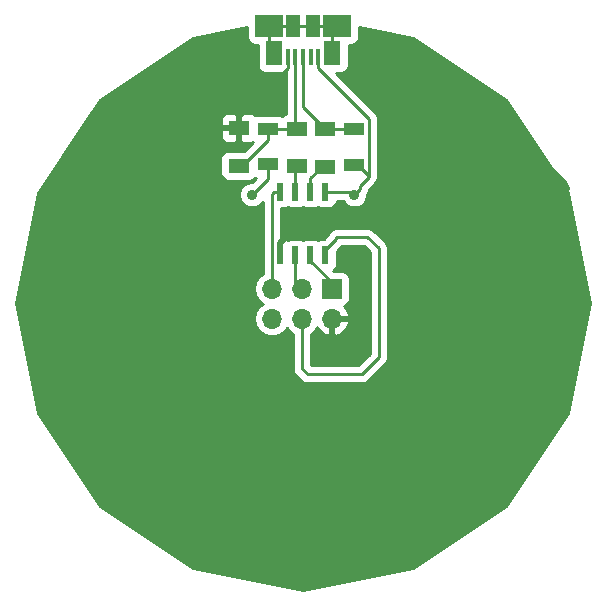
<source format=gbl>
G04 #@! TF.GenerationSoftware,KiCad,Pcbnew,5.0-dev-unknown-bc6763e~61~ubuntu16.04.1*
G04 #@! TF.CreationDate,2018-02-24T23:45:45-08:00*
G04 #@! TF.ProjectId,16-Tiny-Pixels-BeforePanel,31362D54696E792D506978656C732D42,rev?*
G04 #@! TF.SameCoordinates,Original*
G04 #@! TF.FileFunction,Copper,L2,Bot,Signal*
G04 #@! TF.FilePolarity,Positive*
%FSLAX46Y46*%
G04 Gerber Fmt 4.6, Leading zero omitted, Abs format (unit mm)*
G04 Created by KiCad (PCBNEW 5.0-dev-unknown-bc6763e~61~ubuntu16.04.1) date Sat Feb 24 23:45:45 2018*
%MOMM*%
%LPD*%
G01*
G04 APERTURE LIST*
%ADD10R,1.800000X1.070000*%
%ADD11O,1.700000X1.700000*%
%ADD12R,1.700000X1.700000*%
%ADD13R,1.800000X1.245000*%
%ADD14R,0.600000X1.550000*%
%ADD15R,1.175000X1.900000*%
%ADD16R,2.375000X1.900000*%
%ADD17R,1.475000X2.100000*%
%ADD18R,0.450000X1.380000*%
%ADD19C,0.889000*%
%ADD20C,0.254000*%
%ADD21C,0.512000*%
G04 APERTURE END LIST*
D10*
X49376449Y-30319491D03*
X49376449Y-33329491D03*
X42090000Y-30285000D03*
X42090000Y-33295000D03*
D11*
X42440000Y-46360000D03*
X42440000Y-43820000D03*
X44980000Y-46360000D03*
X44980000Y-43820000D03*
X47520000Y-46360000D03*
D12*
X47520000Y-43820000D03*
D13*
X46926449Y-30321991D03*
X46926449Y-33506991D03*
X44586449Y-30294491D03*
X44586449Y-33479491D03*
X39630000Y-30217500D03*
X39630000Y-33402500D03*
D14*
X43165000Y-41010000D03*
X44435000Y-41010000D03*
X45705000Y-41010000D03*
X46975000Y-41010000D03*
X46975000Y-35610000D03*
X45705000Y-35610000D03*
X44435000Y-35610000D03*
X43165000Y-35610000D03*
D15*
X45920000Y-21560000D03*
X44240000Y-21560000D03*
D16*
X47990000Y-21560000D03*
X42170000Y-21560000D03*
D17*
X47542500Y-23860000D03*
X42617500Y-23860000D03*
D18*
X46380000Y-24220000D03*
X45730000Y-24220000D03*
X45080000Y-24220000D03*
X44430000Y-24220000D03*
X43780000Y-24220000D03*
D19*
X40770000Y-35870000D03*
X49430000Y-35870000D03*
X42310000Y-49340000D03*
X47400000Y-49340000D03*
X54490000Y-23300000D03*
X50613306Y-22584636D03*
X36210000Y-23250000D03*
X28440000Y-28220000D03*
X23150000Y-35830000D03*
X21470000Y-44570000D03*
X23170000Y-53730000D03*
X28100000Y-61440000D03*
X35830000Y-66770000D03*
X44709283Y-68530717D03*
X53780000Y-66710000D03*
X61560000Y-61886159D03*
X66670000Y-53880000D03*
X68600717Y-45220717D03*
X66990000Y-35990000D03*
X61750000Y-28470000D03*
D20*
X42090000Y-33295000D02*
X42090000Y-34550000D01*
X42090000Y-34550000D02*
X40770000Y-35870000D01*
X50657450Y-34342550D02*
X50657450Y-34245492D01*
X50657450Y-34245492D02*
X49741449Y-33329491D01*
X49741449Y-33329491D02*
X49376449Y-33329491D01*
X49430000Y-35870000D02*
X49874499Y-35425501D01*
X49874499Y-35425501D02*
X49874499Y-35125501D01*
X49874499Y-35125501D02*
X50657450Y-34342550D01*
X46975000Y-35610000D02*
X49170000Y-35610000D01*
X49170000Y-35610000D02*
X49430000Y-35870000D01*
X46380000Y-24220000D02*
X46380000Y-25164000D01*
X50657450Y-29441450D02*
X50657450Y-34342550D01*
X46380000Y-25164000D02*
X50657450Y-29441450D01*
X49376449Y-35623551D02*
X49210000Y-35790000D01*
X49170000Y-35830000D02*
X49210000Y-35790000D01*
X47520000Y-46360000D02*
X47520000Y-49220000D01*
X47520000Y-49220000D02*
X47400000Y-49340000D01*
X43780000Y-24220000D02*
X43780000Y-25164000D01*
X43780000Y-25164000D02*
X39630000Y-29314000D01*
X39630000Y-29314000D02*
X39630000Y-30217500D01*
D21*
X47520000Y-46360000D02*
X47520000Y-47562081D01*
X43165000Y-41010000D02*
X43165000Y-39995000D01*
X43165000Y-39995000D02*
X43950000Y-39210000D01*
X61750000Y-28470000D02*
X61750000Y-29460545D01*
X61750000Y-29460545D02*
X67214407Y-34924952D01*
X67214407Y-34924952D02*
X67420000Y-35410036D01*
D20*
X45080000Y-24220000D02*
X45080000Y-28475542D01*
X45080000Y-28475542D02*
X46926449Y-30321991D01*
X46926449Y-30321991D02*
X49373949Y-30321991D01*
X49373949Y-30321991D02*
X49376449Y-30319491D01*
X44430000Y-24220000D02*
X44430000Y-30138042D01*
X44430000Y-30138042D02*
X44586449Y-30294491D01*
X42090000Y-30285000D02*
X44576958Y-30285000D01*
X44576958Y-30285000D02*
X44586449Y-30294491D01*
X39630000Y-33402500D02*
X39907500Y-33402500D01*
X39907500Y-33402500D02*
X42090000Y-31220000D01*
X42090000Y-31074000D02*
X42090000Y-30285000D01*
X42090000Y-31220000D02*
X42090000Y-31074000D01*
X44450000Y-30158042D02*
X44586449Y-30294491D01*
X45705000Y-41010000D02*
X45705000Y-41485000D01*
X45705000Y-41485000D02*
X47520000Y-43300000D01*
X47520000Y-43300000D02*
X47520000Y-43820000D01*
X44435000Y-41010000D02*
X44435000Y-43275000D01*
X44435000Y-43275000D02*
X44980000Y-43820000D01*
X50030000Y-51090000D02*
X51490000Y-49630000D01*
X44980000Y-50590000D02*
X45480000Y-51090000D01*
X45480000Y-51090000D02*
X50030000Y-51090000D01*
X46975000Y-40535000D02*
X46975000Y-41010000D01*
X44980000Y-46360000D02*
X44980000Y-50590000D01*
X51490000Y-40420000D02*
X50530000Y-39460000D01*
X51490000Y-49630000D02*
X51490000Y-40420000D01*
X50530000Y-39460000D02*
X47870000Y-39460000D01*
X47870000Y-39460000D02*
X47870000Y-39640000D01*
X47870000Y-39640000D02*
X46975000Y-40535000D01*
X43165000Y-35610000D02*
X42611000Y-35610000D01*
X42611000Y-35610000D02*
X42440000Y-35781000D01*
X42440000Y-35781000D02*
X42440000Y-42617919D01*
X42440000Y-42617919D02*
X42440000Y-43820000D01*
X45920000Y-21560000D02*
X47990000Y-21560000D01*
X42170000Y-21560000D02*
X44240000Y-21560000D01*
X42170000Y-21560000D02*
X42170000Y-23412500D01*
X42170000Y-23412500D02*
X42617500Y-23860000D01*
X45920000Y-21560000D02*
X44240000Y-21560000D01*
X47542500Y-23860000D02*
X47542500Y-22007500D01*
X47542500Y-22007500D02*
X47990000Y-21560000D01*
X45705000Y-35610000D02*
X45705000Y-34450940D01*
X45705000Y-34450940D02*
X46648949Y-33506991D01*
X46648949Y-33506991D02*
X46926449Y-33506991D01*
X44435000Y-35610000D02*
X44435000Y-33630940D01*
X44435000Y-33630940D02*
X44586449Y-33479491D01*
G36*
X40335060Y-22510000D02*
X40384343Y-22757765D01*
X40524691Y-22967809D01*
X40734735Y-23108157D01*
X40982500Y-23157440D01*
X41232560Y-23157440D01*
X41232560Y-24910000D01*
X41281843Y-25157765D01*
X41422191Y-25367809D01*
X41632235Y-25508157D01*
X41880000Y-25557440D01*
X43355000Y-25557440D01*
X43425074Y-25543502D01*
X43428691Y-25545000D01*
X43508750Y-25545000D01*
X43531397Y-25522353D01*
X43602765Y-25508157D01*
X43652998Y-25474592D01*
X43652998Y-25545000D01*
X43668000Y-25545000D01*
X43668001Y-29028221D01*
X43438684Y-29073834D01*
X43279851Y-29179964D01*
X43237765Y-29151843D01*
X42990000Y-29102560D01*
X41190000Y-29102560D01*
X40977795Y-29144770D01*
X40889699Y-29056673D01*
X40656310Y-28960000D01*
X39915750Y-28960000D01*
X39757000Y-29118750D01*
X39757000Y-30090500D01*
X39777000Y-30090500D01*
X39777000Y-30344500D01*
X39757000Y-30344500D01*
X39757000Y-31316250D01*
X39915750Y-31475000D01*
X40656310Y-31475000D01*
X40828829Y-31403540D01*
X40099810Y-32132560D01*
X38730000Y-32132560D01*
X38482235Y-32181843D01*
X38272191Y-32322191D01*
X38131843Y-32532235D01*
X38082560Y-32780000D01*
X38082560Y-34025000D01*
X38131843Y-34272765D01*
X38272191Y-34482809D01*
X38482235Y-34623157D01*
X38730000Y-34672440D01*
X40530000Y-34672440D01*
X40777765Y-34623157D01*
X40987809Y-34482809D01*
X41014696Y-34442570D01*
X41102362Y-34460008D01*
X40771870Y-34790500D01*
X40555274Y-34790500D01*
X40158512Y-34954844D01*
X39854844Y-35258512D01*
X39690500Y-35655274D01*
X39690500Y-36084726D01*
X39854844Y-36481488D01*
X40158512Y-36785156D01*
X40555274Y-36949500D01*
X40984726Y-36949500D01*
X41381488Y-36785156D01*
X41678000Y-36488644D01*
X41678001Y-42542867D01*
X41678000Y-42542872D01*
X41678000Y-42543158D01*
X41369375Y-42749375D01*
X41041161Y-43240582D01*
X40925908Y-43820000D01*
X41041161Y-44399418D01*
X41369375Y-44890625D01*
X41667761Y-45090000D01*
X41369375Y-45289375D01*
X41041161Y-45780582D01*
X40925908Y-46360000D01*
X41041161Y-46939418D01*
X41369375Y-47430625D01*
X41860582Y-47758839D01*
X42293744Y-47845000D01*
X42586256Y-47845000D01*
X43019418Y-47758839D01*
X43510625Y-47430625D01*
X43710000Y-47132239D01*
X43909375Y-47430625D01*
X44218000Y-47636842D01*
X44218001Y-50514952D01*
X44203073Y-50590000D01*
X44218001Y-50665048D01*
X44262213Y-50887317D01*
X44430630Y-51139371D01*
X44494251Y-51181881D01*
X44888118Y-51575749D01*
X44930629Y-51639371D01*
X45182683Y-51807788D01*
X45404952Y-51852000D01*
X45404953Y-51852000D01*
X45480000Y-51866928D01*
X45555047Y-51852000D01*
X49954957Y-51852000D01*
X50030000Y-51866927D01*
X50105043Y-51852000D01*
X50105048Y-51852000D01*
X50327317Y-51807788D01*
X50579371Y-51639371D01*
X50621883Y-51575747D01*
X51975750Y-50221881D01*
X52039371Y-50179371D01*
X52207788Y-49927317D01*
X52252000Y-49705048D01*
X52252000Y-49705047D01*
X52266928Y-49630000D01*
X52252000Y-49554953D01*
X52252000Y-40495042D01*
X52266927Y-40419999D01*
X52252000Y-40344956D01*
X52252000Y-40344952D01*
X52207788Y-40122683D01*
X52117285Y-39987235D01*
X52081882Y-39934251D01*
X52039371Y-39870629D01*
X51975749Y-39828118D01*
X51121883Y-38974253D01*
X51079371Y-38910629D01*
X50827317Y-38742212D01*
X50605048Y-38698000D01*
X50605043Y-38698000D01*
X50530000Y-38683073D01*
X50454957Y-38698000D01*
X47945048Y-38698000D01*
X47870000Y-38683072D01*
X47794952Y-38698000D01*
X47572683Y-38742212D01*
X47320629Y-38910629D01*
X47152212Y-39162683D01*
X47123043Y-39309326D01*
X46844810Y-39587560D01*
X46675000Y-39587560D01*
X46427235Y-39636843D01*
X46340000Y-39695132D01*
X46252765Y-39636843D01*
X46005000Y-39587560D01*
X45405000Y-39587560D01*
X45157235Y-39636843D01*
X45070000Y-39695132D01*
X44982765Y-39636843D01*
X44735000Y-39587560D01*
X44135000Y-39587560D01*
X43887235Y-39636843D01*
X43808028Y-39689768D01*
X43591310Y-39600000D01*
X43450750Y-39600000D01*
X43292002Y-39758748D01*
X43292002Y-39600000D01*
X43202000Y-39600000D01*
X43202000Y-37032440D01*
X43465000Y-37032440D01*
X43712765Y-36983157D01*
X43800000Y-36924868D01*
X43887235Y-36983157D01*
X44135000Y-37032440D01*
X44735000Y-37032440D01*
X44982765Y-36983157D01*
X45070000Y-36924868D01*
X45157235Y-36983157D01*
X45405000Y-37032440D01*
X46005000Y-37032440D01*
X46252765Y-36983157D01*
X46340000Y-36924868D01*
X46427235Y-36983157D01*
X46675000Y-37032440D01*
X47275000Y-37032440D01*
X47522765Y-36983157D01*
X47732809Y-36842809D01*
X47873157Y-36632765D01*
X47922440Y-36385000D01*
X47922440Y-36372000D01*
X48469493Y-36372000D01*
X48514844Y-36481488D01*
X48818512Y-36785156D01*
X49215274Y-36949500D01*
X49644726Y-36949500D01*
X50041488Y-36785156D01*
X50345156Y-36481488D01*
X50509500Y-36084726D01*
X50509500Y-35846718D01*
X50592287Y-35722818D01*
X50636499Y-35500549D01*
X50636499Y-35500548D01*
X50651253Y-35426378D01*
X51143199Y-34934432D01*
X51206821Y-34891921D01*
X51375238Y-34639867D01*
X51419450Y-34417598D01*
X51419450Y-34417593D01*
X51434377Y-34342550D01*
X51424724Y-34294021D01*
X51434377Y-34245491D01*
X51419450Y-34170448D01*
X51419450Y-29516497D01*
X51434378Y-29441450D01*
X51411549Y-29326682D01*
X51375238Y-29144133D01*
X51206821Y-28892079D01*
X51143200Y-28849569D01*
X47851070Y-25557440D01*
X48280000Y-25557440D01*
X48527765Y-25508157D01*
X48737809Y-25367809D01*
X48878157Y-25157765D01*
X48927440Y-24910000D01*
X48927440Y-23157440D01*
X49177500Y-23157440D01*
X49425265Y-23108157D01*
X49635309Y-22967809D01*
X49775657Y-22757765D01*
X49824940Y-22510000D01*
X49824940Y-21704955D01*
X54356471Y-22606333D01*
X62237639Y-27872361D01*
X67503667Y-35753529D01*
X69352850Y-45050000D01*
X67503667Y-54346471D01*
X62237639Y-62227639D01*
X54356471Y-67493667D01*
X45060000Y-69342850D01*
X35763529Y-67493667D01*
X27882361Y-62227639D01*
X22616333Y-54346471D01*
X20767150Y-45050000D01*
X22616333Y-35753529D01*
X26124457Y-30503250D01*
X38095000Y-30503250D01*
X38095000Y-30966309D01*
X38191673Y-31199698D01*
X38370301Y-31378327D01*
X38603690Y-31475000D01*
X39344250Y-31475000D01*
X39503000Y-31316250D01*
X39503000Y-30344500D01*
X38253750Y-30344500D01*
X38095000Y-30503250D01*
X26124457Y-30503250D01*
X26815727Y-29468691D01*
X38095000Y-29468691D01*
X38095000Y-29931750D01*
X38253750Y-30090500D01*
X39503000Y-30090500D01*
X39503000Y-29118750D01*
X39344250Y-28960000D01*
X38603690Y-28960000D01*
X38370301Y-29056673D01*
X38191673Y-29235302D01*
X38095000Y-29468691D01*
X26815727Y-29468691D01*
X27882361Y-27872361D01*
X35763529Y-22606333D01*
X40335060Y-21696999D01*
X40335060Y-22510000D01*
X40335060Y-22510000D01*
G37*
X40335060Y-22510000D02*
X40384343Y-22757765D01*
X40524691Y-22967809D01*
X40734735Y-23108157D01*
X40982500Y-23157440D01*
X41232560Y-23157440D01*
X41232560Y-24910000D01*
X41281843Y-25157765D01*
X41422191Y-25367809D01*
X41632235Y-25508157D01*
X41880000Y-25557440D01*
X43355000Y-25557440D01*
X43425074Y-25543502D01*
X43428691Y-25545000D01*
X43508750Y-25545000D01*
X43531397Y-25522353D01*
X43602765Y-25508157D01*
X43652998Y-25474592D01*
X43652998Y-25545000D01*
X43668000Y-25545000D01*
X43668001Y-29028221D01*
X43438684Y-29073834D01*
X43279851Y-29179964D01*
X43237765Y-29151843D01*
X42990000Y-29102560D01*
X41190000Y-29102560D01*
X40977795Y-29144770D01*
X40889699Y-29056673D01*
X40656310Y-28960000D01*
X39915750Y-28960000D01*
X39757000Y-29118750D01*
X39757000Y-30090500D01*
X39777000Y-30090500D01*
X39777000Y-30344500D01*
X39757000Y-30344500D01*
X39757000Y-31316250D01*
X39915750Y-31475000D01*
X40656310Y-31475000D01*
X40828829Y-31403540D01*
X40099810Y-32132560D01*
X38730000Y-32132560D01*
X38482235Y-32181843D01*
X38272191Y-32322191D01*
X38131843Y-32532235D01*
X38082560Y-32780000D01*
X38082560Y-34025000D01*
X38131843Y-34272765D01*
X38272191Y-34482809D01*
X38482235Y-34623157D01*
X38730000Y-34672440D01*
X40530000Y-34672440D01*
X40777765Y-34623157D01*
X40987809Y-34482809D01*
X41014696Y-34442570D01*
X41102362Y-34460008D01*
X40771870Y-34790500D01*
X40555274Y-34790500D01*
X40158512Y-34954844D01*
X39854844Y-35258512D01*
X39690500Y-35655274D01*
X39690500Y-36084726D01*
X39854844Y-36481488D01*
X40158512Y-36785156D01*
X40555274Y-36949500D01*
X40984726Y-36949500D01*
X41381488Y-36785156D01*
X41678000Y-36488644D01*
X41678001Y-42542867D01*
X41678000Y-42542872D01*
X41678000Y-42543158D01*
X41369375Y-42749375D01*
X41041161Y-43240582D01*
X40925908Y-43820000D01*
X41041161Y-44399418D01*
X41369375Y-44890625D01*
X41667761Y-45090000D01*
X41369375Y-45289375D01*
X41041161Y-45780582D01*
X40925908Y-46360000D01*
X41041161Y-46939418D01*
X41369375Y-47430625D01*
X41860582Y-47758839D01*
X42293744Y-47845000D01*
X42586256Y-47845000D01*
X43019418Y-47758839D01*
X43510625Y-47430625D01*
X43710000Y-47132239D01*
X43909375Y-47430625D01*
X44218000Y-47636842D01*
X44218001Y-50514952D01*
X44203073Y-50590000D01*
X44218001Y-50665048D01*
X44262213Y-50887317D01*
X44430630Y-51139371D01*
X44494251Y-51181881D01*
X44888118Y-51575749D01*
X44930629Y-51639371D01*
X45182683Y-51807788D01*
X45404952Y-51852000D01*
X45404953Y-51852000D01*
X45480000Y-51866928D01*
X45555047Y-51852000D01*
X49954957Y-51852000D01*
X50030000Y-51866927D01*
X50105043Y-51852000D01*
X50105048Y-51852000D01*
X50327317Y-51807788D01*
X50579371Y-51639371D01*
X50621883Y-51575747D01*
X51975750Y-50221881D01*
X52039371Y-50179371D01*
X52207788Y-49927317D01*
X52252000Y-49705048D01*
X52252000Y-49705047D01*
X52266928Y-49630000D01*
X52252000Y-49554953D01*
X52252000Y-40495042D01*
X52266927Y-40419999D01*
X52252000Y-40344956D01*
X52252000Y-40344952D01*
X52207788Y-40122683D01*
X52117285Y-39987235D01*
X52081882Y-39934251D01*
X52039371Y-39870629D01*
X51975749Y-39828118D01*
X51121883Y-38974253D01*
X51079371Y-38910629D01*
X50827317Y-38742212D01*
X50605048Y-38698000D01*
X50605043Y-38698000D01*
X50530000Y-38683073D01*
X50454957Y-38698000D01*
X47945048Y-38698000D01*
X47870000Y-38683072D01*
X47794952Y-38698000D01*
X47572683Y-38742212D01*
X47320629Y-38910629D01*
X47152212Y-39162683D01*
X47123043Y-39309326D01*
X46844810Y-39587560D01*
X46675000Y-39587560D01*
X46427235Y-39636843D01*
X46340000Y-39695132D01*
X46252765Y-39636843D01*
X46005000Y-39587560D01*
X45405000Y-39587560D01*
X45157235Y-39636843D01*
X45070000Y-39695132D01*
X44982765Y-39636843D01*
X44735000Y-39587560D01*
X44135000Y-39587560D01*
X43887235Y-39636843D01*
X43808028Y-39689768D01*
X43591310Y-39600000D01*
X43450750Y-39600000D01*
X43292002Y-39758748D01*
X43292002Y-39600000D01*
X43202000Y-39600000D01*
X43202000Y-37032440D01*
X43465000Y-37032440D01*
X43712765Y-36983157D01*
X43800000Y-36924868D01*
X43887235Y-36983157D01*
X44135000Y-37032440D01*
X44735000Y-37032440D01*
X44982765Y-36983157D01*
X45070000Y-36924868D01*
X45157235Y-36983157D01*
X45405000Y-37032440D01*
X46005000Y-37032440D01*
X46252765Y-36983157D01*
X46340000Y-36924868D01*
X46427235Y-36983157D01*
X46675000Y-37032440D01*
X47275000Y-37032440D01*
X47522765Y-36983157D01*
X47732809Y-36842809D01*
X47873157Y-36632765D01*
X47922440Y-36385000D01*
X47922440Y-36372000D01*
X48469493Y-36372000D01*
X48514844Y-36481488D01*
X48818512Y-36785156D01*
X49215274Y-36949500D01*
X49644726Y-36949500D01*
X50041488Y-36785156D01*
X50345156Y-36481488D01*
X50509500Y-36084726D01*
X50509500Y-35846718D01*
X50592287Y-35722818D01*
X50636499Y-35500549D01*
X50636499Y-35500548D01*
X50651253Y-35426378D01*
X51143199Y-34934432D01*
X51206821Y-34891921D01*
X51375238Y-34639867D01*
X51419450Y-34417598D01*
X51419450Y-34417593D01*
X51434377Y-34342550D01*
X51424724Y-34294021D01*
X51434377Y-34245491D01*
X51419450Y-34170448D01*
X51419450Y-29516497D01*
X51434378Y-29441450D01*
X51411549Y-29326682D01*
X51375238Y-29144133D01*
X51206821Y-28892079D01*
X51143200Y-28849569D01*
X47851070Y-25557440D01*
X48280000Y-25557440D01*
X48527765Y-25508157D01*
X48737809Y-25367809D01*
X48878157Y-25157765D01*
X48927440Y-24910000D01*
X48927440Y-23157440D01*
X49177500Y-23157440D01*
X49425265Y-23108157D01*
X49635309Y-22967809D01*
X49775657Y-22757765D01*
X49824940Y-22510000D01*
X49824940Y-21704955D01*
X54356471Y-22606333D01*
X62237639Y-27872361D01*
X67503667Y-35753529D01*
X69352850Y-45050000D01*
X67503667Y-54346471D01*
X62237639Y-62227639D01*
X54356471Y-67493667D01*
X45060000Y-69342850D01*
X35763529Y-67493667D01*
X27882361Y-62227639D01*
X22616333Y-54346471D01*
X20767150Y-45050000D01*
X22616333Y-35753529D01*
X26124457Y-30503250D01*
X38095000Y-30503250D01*
X38095000Y-30966309D01*
X38191673Y-31199698D01*
X38370301Y-31378327D01*
X38603690Y-31475000D01*
X39344250Y-31475000D01*
X39503000Y-31316250D01*
X39503000Y-30344500D01*
X38253750Y-30344500D01*
X38095000Y-30503250D01*
X26124457Y-30503250D01*
X26815727Y-29468691D01*
X38095000Y-29468691D01*
X38095000Y-29931750D01*
X38253750Y-30090500D01*
X39503000Y-30090500D01*
X39503000Y-29118750D01*
X39344250Y-28960000D01*
X38603690Y-28960000D01*
X38370301Y-29056673D01*
X38191673Y-29235302D01*
X38095000Y-29468691D01*
X26815727Y-29468691D01*
X27882361Y-27872361D01*
X35763529Y-22606333D01*
X40335060Y-21696999D01*
X40335060Y-22510000D01*
G36*
X50728001Y-40735632D02*
X50728000Y-49314369D01*
X49714370Y-50328000D01*
X45795631Y-50328000D01*
X45742000Y-50274370D01*
X45742000Y-47636842D01*
X46050625Y-47430625D01*
X46263843Y-47111522D01*
X46324817Y-47241358D01*
X46753076Y-47631645D01*
X47163110Y-47801476D01*
X47393000Y-47680155D01*
X47393000Y-46487000D01*
X47647000Y-46487000D01*
X47647000Y-47680155D01*
X47876890Y-47801476D01*
X48286924Y-47631645D01*
X48715183Y-47241358D01*
X48961486Y-46716892D01*
X48840819Y-46487000D01*
X47647000Y-46487000D01*
X47393000Y-46487000D01*
X47373000Y-46487000D01*
X47373000Y-46233000D01*
X47393000Y-46233000D01*
X47393000Y-46213000D01*
X47647000Y-46213000D01*
X47647000Y-46233000D01*
X48840819Y-46233000D01*
X48961486Y-46003108D01*
X48715183Y-45478642D01*
X48508145Y-45289961D01*
X48617765Y-45268157D01*
X48827809Y-45127809D01*
X48968157Y-44917765D01*
X49017440Y-44670000D01*
X49017440Y-42970000D01*
X48968157Y-42722235D01*
X48827809Y-42512191D01*
X48617765Y-42371843D01*
X48370000Y-42322560D01*
X47620191Y-42322560D01*
X47617492Y-42319862D01*
X47732809Y-42242809D01*
X47873157Y-42032765D01*
X47922440Y-41785000D01*
X47922440Y-40665190D01*
X48355749Y-40231882D01*
X48370538Y-40222000D01*
X50214370Y-40222000D01*
X50728001Y-40735632D01*
X50728001Y-40735632D01*
G37*
X50728001Y-40735632D02*
X50728000Y-49314369D01*
X49714370Y-50328000D01*
X45795631Y-50328000D01*
X45742000Y-50274370D01*
X45742000Y-47636842D01*
X46050625Y-47430625D01*
X46263843Y-47111522D01*
X46324817Y-47241358D01*
X46753076Y-47631645D01*
X47163110Y-47801476D01*
X47393000Y-47680155D01*
X47393000Y-46487000D01*
X47647000Y-46487000D01*
X47647000Y-47680155D01*
X47876890Y-47801476D01*
X48286924Y-47631645D01*
X48715183Y-47241358D01*
X48961486Y-46716892D01*
X48840819Y-46487000D01*
X47647000Y-46487000D01*
X47393000Y-46487000D01*
X47373000Y-46487000D01*
X47373000Y-46233000D01*
X47393000Y-46233000D01*
X47393000Y-46213000D01*
X47647000Y-46213000D01*
X47647000Y-46233000D01*
X48840819Y-46233000D01*
X48961486Y-46003108D01*
X48715183Y-45478642D01*
X48508145Y-45289961D01*
X48617765Y-45268157D01*
X48827809Y-45127809D01*
X48968157Y-44917765D01*
X49017440Y-44670000D01*
X49017440Y-42970000D01*
X48968157Y-42722235D01*
X48827809Y-42512191D01*
X48617765Y-42371843D01*
X48370000Y-42322560D01*
X47620191Y-42322560D01*
X47617492Y-42319862D01*
X47732809Y-42242809D01*
X47873157Y-42032765D01*
X47922440Y-41785000D01*
X47922440Y-40665190D01*
X48355749Y-40231882D01*
X48370538Y-40222000D01*
X50214370Y-40222000D01*
X50728001Y-40735632D01*
M02*

</source>
